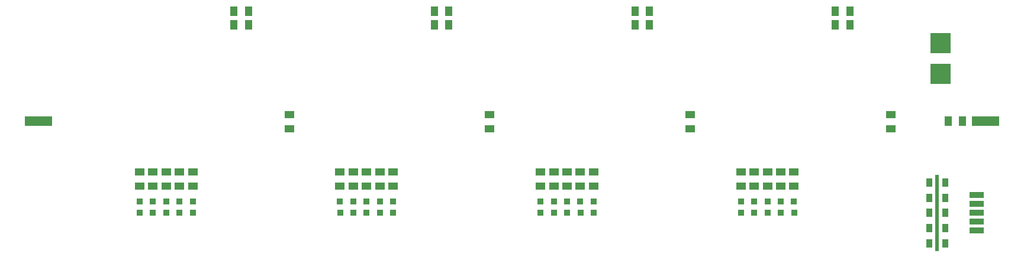
<source format=gbr>
%FSLAX34Y34*%
%MOMM*%
%LNSMDMASK_BOTTOM*%
G71*
G01*
%ADD10R,1.400X1.100*%
%ADD11R,1.100X1.400*%
%ADD12R,4.000X1.400*%
%ADD13R,0.900X0.900*%
%ADD14R,3.000X3.000*%
%ADD15R,0.900X1.200*%
%ADD16R,0.600X2.200*%
%ADD17R,2.000X0.900*%
%LPD*%
X381739Y-211403D02*
G54D10*
D03*
X381739Y-190803D02*
G54D10*
D03*
X530379Y-293660D02*
G54D10*
D03*
X530379Y-273060D02*
G54D10*
D03*
X511379Y-293660D02*
G54D10*
D03*
X511379Y-273060D02*
G54D10*
D03*
X492379Y-293660D02*
G54D10*
D03*
X492379Y-273060D02*
G54D10*
D03*
X473379Y-293660D02*
G54D10*
D03*
X473379Y-273060D02*
G54D10*
D03*
X454379Y-293660D02*
G54D10*
D03*
X454379Y-273060D02*
G54D10*
D03*
X302711Y-42845D02*
G54D11*
D03*
X323311Y-42845D02*
G54D11*
D03*
X323347Y-62093D02*
G54D11*
D03*
X302747Y-62093D02*
G54D11*
D03*
X22873Y-200099D02*
G54D12*
D03*
X589511Y-42846D02*
G54D11*
D03*
X610111Y-42845D02*
G54D11*
D03*
X454479Y-332066D02*
G54D13*
D03*
X454379Y-315366D02*
G54D13*
D03*
X473479Y-332066D02*
G54D13*
D03*
X473379Y-315366D02*
G54D13*
D03*
X492479Y-332066D02*
G54D13*
D03*
X492379Y-315366D02*
G54D13*
D03*
X511479Y-332066D02*
G54D13*
D03*
X511379Y-315366D02*
G54D13*
D03*
X530479Y-332066D02*
G54D13*
D03*
X530379Y-315366D02*
G54D13*
D03*
X243679Y-293660D02*
G54D10*
D03*
X243679Y-273060D02*
G54D10*
D03*
X224679Y-293660D02*
G54D10*
D03*
X224679Y-273060D02*
G54D10*
D03*
X205679Y-293660D02*
G54D10*
D03*
X205679Y-273060D02*
G54D10*
D03*
X186679Y-293660D02*
G54D10*
D03*
X186679Y-273060D02*
G54D10*
D03*
X167679Y-293660D02*
G54D10*
D03*
X167679Y-273060D02*
G54D10*
D03*
X167779Y-332066D02*
G54D13*
D03*
X167679Y-315366D02*
G54D13*
D03*
X186779Y-332066D02*
G54D13*
D03*
X186679Y-315366D02*
G54D13*
D03*
X205779Y-332066D02*
G54D13*
D03*
X205679Y-315366D02*
G54D13*
D03*
X224779Y-332066D02*
G54D13*
D03*
X224679Y-315366D02*
G54D13*
D03*
X243779Y-332066D02*
G54D13*
D03*
X243679Y-315366D02*
G54D13*
D03*
X668439Y-211403D02*
G54D10*
D03*
X668439Y-190803D02*
G54D10*
D03*
X817079Y-293660D02*
G54D10*
D03*
X817079Y-273060D02*
G54D10*
D03*
X798079Y-293660D02*
G54D10*
D03*
X798079Y-273060D02*
G54D10*
D03*
X779079Y-293660D02*
G54D10*
D03*
X779079Y-273060D02*
G54D10*
D03*
X760079Y-293660D02*
G54D10*
D03*
X760079Y-273060D02*
G54D10*
D03*
X741079Y-293660D02*
G54D10*
D03*
X741079Y-273060D02*
G54D10*
D03*
X876211Y-42846D02*
G54D11*
D03*
X896810Y-42845D02*
G54D11*
D03*
X741179Y-332066D02*
G54D13*
D03*
X741079Y-315366D02*
G54D13*
D03*
X760179Y-332066D02*
G54D13*
D03*
X760079Y-315366D02*
G54D13*
D03*
X779179Y-332066D02*
G54D13*
D03*
X779079Y-315366D02*
G54D13*
D03*
X798179Y-332066D02*
G54D13*
D03*
X798079Y-315366D02*
G54D13*
D03*
X817179Y-332066D02*
G54D13*
D03*
X817079Y-315366D02*
G54D13*
D03*
X955138Y-211403D02*
G54D10*
D03*
X955138Y-190803D02*
G54D10*
D03*
X1103779Y-293660D02*
G54D10*
D03*
X1103779Y-273060D02*
G54D10*
D03*
X1084779Y-293660D02*
G54D10*
D03*
X1084779Y-273060D02*
G54D10*
D03*
X1065779Y-293660D02*
G54D10*
D03*
X1065779Y-273060D02*
G54D10*
D03*
X1046779Y-293660D02*
G54D10*
D03*
X1046779Y-273060D02*
G54D10*
D03*
X1027779Y-293660D02*
G54D10*
D03*
X1027779Y-273060D02*
G54D10*
D03*
X1162911Y-42846D02*
G54D11*
D03*
X1183510Y-42845D02*
G54D11*
D03*
X1027879Y-332066D02*
G54D13*
D03*
X1027779Y-315366D02*
G54D13*
D03*
X1046879Y-332066D02*
G54D13*
D03*
X1046779Y-315366D02*
G54D13*
D03*
X1065879Y-332066D02*
G54D13*
D03*
X1065779Y-315366D02*
G54D13*
D03*
X1084879Y-332066D02*
G54D13*
D03*
X1084779Y-315366D02*
G54D13*
D03*
X1103879Y-332066D02*
G54D13*
D03*
X1103779Y-315366D02*
G54D13*
D03*
X1241838Y-211403D02*
G54D10*
D03*
X1241838Y-190803D02*
G54D10*
D03*
X1324064Y-200119D02*
G54D11*
D03*
X1344664Y-200119D02*
G54D11*
D03*
X1377873Y-200099D02*
G54D12*
D03*
X1313000Y-89000D02*
G54D14*
D03*
X1313000Y-132500D02*
G54D14*
D03*
X1319963Y-288392D02*
G54D15*
D03*
X1296963Y-288392D02*
G54D15*
D03*
X1308463Y-288392D02*
G54D16*
D03*
X1364989Y-319100D02*
G54D17*
D03*
X1364989Y-331800D02*
G54D17*
D03*
X1364990Y-344500D02*
G54D17*
D03*
X1364989Y-357200D02*
G54D17*
D03*
X1364989Y-306400D02*
G54D17*
D03*
X1319963Y-310392D02*
G54D15*
D03*
X1296963Y-310392D02*
G54D15*
D03*
X1308463Y-310392D02*
G54D16*
D03*
X1319963Y-331392D02*
G54D15*
D03*
X1296963Y-331392D02*
G54D15*
D03*
X1308463Y-331392D02*
G54D16*
D03*
X1319963Y-353392D02*
G54D15*
D03*
X1296963Y-353392D02*
G54D15*
D03*
X1308463Y-353392D02*
G54D16*
D03*
X1319963Y-375392D02*
G54D15*
D03*
X1296963Y-375392D02*
G54D15*
D03*
X1308463Y-375392D02*
G54D16*
D03*
X610147Y-62093D02*
G54D11*
D03*
X589547Y-62093D02*
G54D11*
D03*
X896846Y-62093D02*
G54D11*
D03*
X876247Y-62093D02*
G54D11*
D03*
X1183546Y-62093D02*
G54D11*
D03*
X1162946Y-62093D02*
G54D11*
D03*
M02*

</source>
